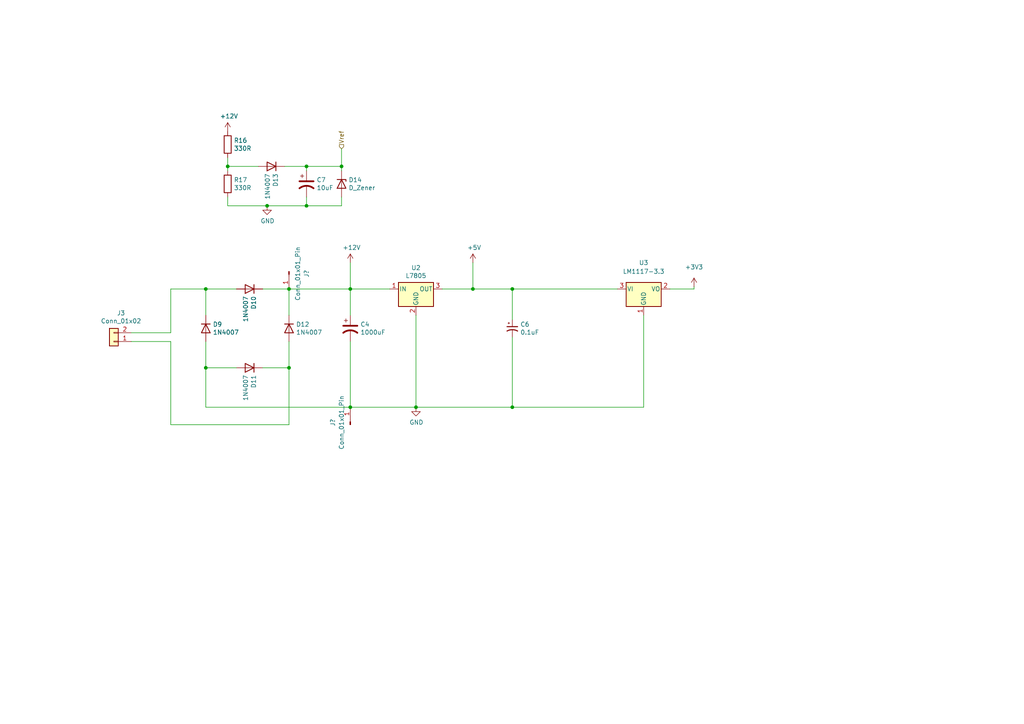
<source format=kicad_sch>
(kicad_sch (version 20230121) (generator eeschema)
  (paper "A4")
  (lib_symbols
    (symbol "Connector:Conn_01x01_Pin" (pin_names (offset 1.016) hide)
      (property "Reference" "J" (at 0 2.54 0))
      (property "Value" "Conn_01x01_Pin" (at 0 -2.54 0))
      (symbol "Conn_01x01_Pin_1_1"
        (polyline (pts (xy 1.27 0) (xy 0.8636 0)) (stroke (width 0.1524)))
        (rectangle (start 0.8636 0.127) (end 0 -0.127) (stroke (width 0.1524)) (fill (type outline)))
        (pin passive line (at 5.08 0 180) (length 3.81) (name "Pin_1") (number "1"))
      )
    )
    (symbol "Connector_Generic:Conn_01x02" (pin_names (offset 1.016) hide)
      (property "Reference" "J" (at 0 2.54 0))
      (property "Value" "Conn_01x02" (at 0 -5.08 0))
      (symbol "Conn_01x02_1_1"
        (rectangle (start -1.27 -2.413) (end 0 -2.667) (stroke (width 0.1524)))
        (rectangle (start -1.27 0.127) (end 0 -0.127) (stroke (width 0.1524)))
        (rectangle (start -1.27 1.27) (end 1.27 -3.81) (stroke (width 0.254)) (fill (type background)))
        (pin passive line (at -5.08 0 0) (length 3.81) (name "Pin_1") (number "1"))
        (pin passive line (at -5.08 -2.54 0) (length 3.81) (name "Pin_2") (number "2"))
      )
    )
    (symbol "Device:D_Zener" (pin_numbers hide) (pin_names (offset 1.016) hide)
      (property "Reference" "D" (at 0 2.54 0))
      (property "Value" "D_Zener" (at 0 -2.54 0))
      (symbol "D_Zener_0_1"
        (polyline (pts (xy 1.27 0) (xy -1.27 0)))
        (polyline (pts (xy -1.27 -1.27) (xy -1.27 1.27) (xy -0.762 1.27)) (stroke (width 0.254)))
        (polyline (pts (xy 1.27 -1.27) (xy 1.27 1.27) (xy -1.27 0) (xy 1.27 -1.27)) (stroke (width 0.254)))
      )
      (symbol "D_Zener_1_1"
        (pin passive line (at -3.81 0 0) (length 2.54) (name "K") (number "1"))
        (pin passive line (at 3.81 0 180) (length 2.54) (name "A") (number "2"))
      )
    )
    (symbol "Device:R" (pin_numbers hide) (pin_names (offset 0))
      (property "Reference" "R" (at 2.032 0 90))
      (property "Value" "R" (at 0 0 90))
      (symbol "R_0_1"
        (rectangle (start -1.016 -2.54) (end 1.016 2.54) (stroke (width 0.254)))
      )
      (symbol "R_1_1"
        (pin passive line (at 0 3.81 270) (length 1.27) (name "~") (number "1"))
        (pin passive line (at 0 -3.81 90) (length 1.27) (name "~") (number "2"))
      )
    )
    (symbol "Diode:1N4007" (pin_numbers hide) (pin_names (offset 1.016) hide)
      (property "Reference" "D" (at 0 2.54 0))
      (property "Value" "1N4007" (at 0 -2.54 0))
      (symbol "1N4007_0_1"
        (polyline (pts (xy -1.27 1.27) (xy -1.27 -1.27)) (stroke (width 0.254)))
        (polyline (pts (xy 1.27 0) (xy -1.27 0)))
        (polyline (pts (xy 1.27 1.27) (xy 1.27 -1.27) (xy -1.27 0) (xy 1.27 1.27)) (stroke (width 0.254)))
      )
      (symbol "1N4007_1_1"
        (pin passive line (at -3.81 0 0) (length 2.54) (name "K") (number "1"))
        (pin passive line (at 3.81 0 180) (length 2.54) (name "A") (number "2"))
      )
    )
    (symbol "Oflow_pcb-rescue:CP1-Device" (pin_numbers hide) (pin_names (offset 0.254) hide)
      (property "Reference" "C" (at 0.635 2.54 0))
      (property "Value" "CP1-Device" (at 0.635 -2.54 0))
      (symbol "CP1-Device_0_1"
        (polyline (pts (xy -2.032 0.762) (xy 2.032 0.762)) (stroke (width 0.508)))
        (polyline (pts (xy -1.778 2.286) (xy -0.762 2.286)))
        (polyline (pts (xy -1.27 1.778) (xy -1.27 2.794)))
        (arc (start 2.032 -1.27) (mid 0 -0.5572) (end -2.032 -1.27) (stroke (width 0.508)))
      )
      (symbol "CP1-Device_1_1"
        (pin passive line (at 0 3.81 270) (length 2.794) (name "~") (number "1"))
        (pin passive line (at 0 -3.81 90) (length 3.302) (name "~") (number "2"))
      )
    )
    (symbol "Oflow_pcb-rescue:CP1_Small-Device" (pin_numbers hide) (pin_names (offset 0.254) hide)
      (property "Reference" "C" (at 0.254 1.778 0))
      (property "Value" "CP1_Small-Device" (at 0.254 -2.032 0))
      (symbol "CP1_Small-Device_0_1"
        (polyline (pts (xy -1.524 0.508) (xy 1.524 0.508)) (stroke (width 0.3048)))
        (polyline (pts (xy -1.27 1.524) (xy -0.762 1.524)))
        (polyline (pts (xy -1.016 1.27) (xy -1.016 1.778)))
        (arc (start 1.524 -0.762) (mid 0 -0.3734) (end -1.524 -0.762) (stroke (width 0.3048)))
      )
      (symbol "CP1_Small-Device_1_1"
        (pin passive line (at 0 2.54 270) (length 2.032) (name "~") (number "1"))
        (pin passive line (at 0 -2.54 90) (length 2.032) (name "~") (number "2"))
      )
    )
    (symbol "Regulator_Linear:L7805" (pin_names (offset 0.254))
      (property "Reference" "U" (at -3.81 3.175 0))
      (property "Value" "L7805" (at 0 3.175 0))
      (symbol "L7805_0_1"
        (rectangle (start -5.08 1.905) (end 5.08 -5.08) (stroke (width 0.254)) (fill (type background)))
      )
      (symbol "L7805_1_1"
        (pin power_in line (at -7.62 0 0) (length 2.54) (name "IN") (number "1"))
        (pin power_in line (at 0 -7.62 90) (length 2.54) (name "GND") (number "2"))
        (pin power_out line (at 7.62 0 180) (length 2.54) (name "OUT") (number "3"))
      )
    )
    (symbol "Regulator_Linear:LM1117-3.3" (pin_names (offset 0.254))
      (property "Reference" "U" (at -3.81 3.175 0))
      (property "Value" "LM1117-3.3" (at 0 3.175 0))
      (symbol "LM1117-3.3_0_1"
        (rectangle (start -5.08 -5.08) (end 5.08 1.905) (stroke (width 0.254)) (fill (type background)))
      )
      (symbol "LM1117-3.3_1_1"
        (pin power_in line (at 0 -7.62 90) (length 2.54) (name "GND") (number "1"))
        (pin power_out line (at 7.62 0 180) (length 2.54) (name "VO") (number "2"))
        (pin power_in line (at -7.62 0 0) (length 2.54) (name "VI") (number "3"))
      )
    )
    (symbol "power:+12V" (power) (pin_names (offset 0))
      (property "Value" "+12V" (at 0 3.556 0))
      (symbol "+12V_0_1"
        (polyline (pts (xy -0.762 1.27) (xy 0 2.54)))
        (polyline (pts (xy 0 0) (xy 0 2.54)))
        (polyline (pts (xy 0 2.54) (xy 0.762 1.27)))
      )
      (symbol "+12V_1_1"
        (pin power_in line (at 0 0 90) (length 0) hide (name "+12V") (number "1"))
      )
    )
    (symbol "power:+3.3V" (power) (pin_names (offset 0))
      (property "Value" "+3.3V" (at 0 3.556 0))
      (symbol "+3.3V_0_1"
        (polyline (pts (xy -0.762 1.27) (xy 0 2.54)))
        (polyline (pts (xy 0 0) (xy 0 2.54)))
        (polyline (pts (xy 0 2.54) (xy 0.762 1.27)))
      )
      (symbol "+3.3V_1_1"
        (pin power_in line (at 0 0 90) (length 0) hide (name "+3V3") (number "1"))
      )
    )
    (symbol "power:+5V" (power) (pin_names (offset 0))
      (property "Value" "+5V" (at 0 3.556 0))
      (symbol "+5V_0_1"
        (polyline (pts (xy -0.762 1.27) (xy 0 2.54)))
        (polyline (pts (xy 0 0) (xy 0 2.54)))
        (polyline (pts (xy 0 2.54) (xy 0.762 1.27)))
      )
      (symbol "+5V_1_1"
        (pin power_in line (at 0 0 90) (length 0) hide (name "+5V") (number "1"))
      )
    )
    (symbol "power:GND" (power) (pin_names (offset 0))
      (property "Value" "GND" (at 0 -3.81 0))
      (symbol "GND_0_1"
        (polyline (pts (xy 0 0) (xy 0 -1.27) (xy 1.27 -1.27) (xy 0 -2.54) (xy -1.27 -1.27) (xy 0 -1.27)))
      )
      (symbol "GND_1_1"
        (pin power_in line (at 0 0 270) (length 0) hide (name "GND") (number "1"))
      )
    )
  )
  (junction (at 148.59 83.82))
  (junction (at 120.65 118.11))
  (junction (at 148.59 118.11))
  (junction (at 88.9 59.69))
  (junction (at 88.9 48.26))
  (junction (at 59.69 83.82))
  (junction (at 101.6 118.11))
  (junction (at 83.82 83.82))
  (junction (at 77.47 59.69))
  (junction (at 99.06 48.26))
  (junction (at 101.6 83.82))
  (junction (at 83.82 106.68))
  (junction (at 137.16 83.82))
  (junction (at 59.69 106.68))
  (junction (at 66.04 48.26))
  (wire (pts (xy 101.6 118.11) (xy 101.6 99.06)))
  (wire (pts (xy 120.65 118.11) (xy 148.59 118.11)))
  (wire (pts (xy 194.31 83.82) (xy 201.295 83.82)))
  (wire (pts (xy 49.53 99.06) (xy 49.53 123.19)))
  (wire (pts (xy 99.06 43.18) (xy 99.06 48.26)))
  (wire (pts (xy 38.1 99.06) (xy 49.53 99.06)))
  (wire (pts (xy 128.27 83.82) (xy 137.16 83.82)))
  (wire (pts (xy 83.82 83.82) (xy 101.6 83.82)))
  (wire (pts (xy 137.16 83.82) (xy 148.59 83.82)))
  (wire (pts (xy 77.47 59.69) (xy 66.04 59.69)))
  (wire (pts (xy 88.9 59.69) (xy 99.06 59.69)))
  (wire (pts (xy 201.295 83.82) (xy 201.295 83.185)))
  (wire (pts (xy 186.69 118.11) (xy 186.69 91.44)))
  (wire (pts (xy 83.82 83.82) (xy 83.82 91.44)))
  (wire (pts (xy 74.93 48.26) (xy 66.04 48.26)))
  (wire (pts (xy 66.04 48.26) (xy 66.04 49.53)))
  (wire (pts (xy 59.69 106.68) (xy 59.69 99.06)))
  (wire (pts (xy 83.82 106.68) (xy 83.82 123.19)))
  (wire (pts (xy 59.69 83.82) (xy 68.58 83.82)))
  (wire (pts (xy 113.03 83.82) (xy 101.6 83.82)))
  (wire (pts (xy 76.2 83.82) (xy 83.82 83.82)))
  (wire (pts (xy 148.59 118.11) (xy 186.69 118.11)))
  (wire (pts (xy 148.59 83.82) (xy 148.59 92.71)))
  (wire (pts (xy 99.06 48.26) (xy 99.06 49.53)))
  (wire (pts (xy 83.82 99.06) (xy 83.82 106.68)))
  (wire (pts (xy 49.53 123.19) (xy 83.82 123.19)))
  (wire (pts (xy 66.04 59.69) (xy 66.04 57.15)))
  (wire (pts (xy 148.59 83.82) (xy 179.07 83.82)))
  (wire (pts (xy 49.53 83.82) (xy 59.69 83.82)))
  (wire (pts (xy 88.9 48.26) (xy 99.06 48.26)))
  (wire (pts (xy 88.9 57.15) (xy 88.9 59.69)))
  (wire (pts (xy 99.06 59.69) (xy 99.06 57.15)))
  (wire (pts (xy 88.9 48.26) (xy 88.9 49.53)))
  (wire (pts (xy 68.58 106.68) (xy 59.69 106.68)))
  (wire (pts (xy 101.6 83.82) (xy 101.6 91.44)))
  (wire (pts (xy 101.6 118.11) (xy 120.65 118.11)))
  (wire (pts (xy 82.55 48.26) (xy 88.9 48.26)))
  (wire (pts (xy 137.16 76.2) (xy 137.16 83.82)))
  (wire (pts (xy 148.59 97.79) (xy 148.59 118.11)))
  (wire (pts (xy 38.1 96.52) (xy 49.53 96.52)))
  (wire (pts (xy 59.69 106.68) (xy 59.69 118.11)))
  (wire (pts (xy 83.82 106.68) (xy 76.2 106.68)))
  (wire (pts (xy 88.9 59.69) (xy 77.47 59.69)))
  (wire (pts (xy 59.69 91.44) (xy 59.69 83.82)))
  (wire (pts (xy 120.65 118.11) (xy 120.65 91.44)))
  (wire (pts (xy 59.69 118.11) (xy 101.6 118.11)))
  (wire (pts (xy 101.6 76.2) (xy 101.6 83.82)))
  (wire (pts (xy 49.53 96.52) (xy 49.53 83.82)))
  (wire (pts (xy 66.04 45.72) (xy 66.04 48.26)))
  (hierarchical_label "Vref" (shape input) (at 99.06 43.18 90))
  (symbol (lib_id "Diode:1N4007") (at 59.69 95.25 270) (unit 1)
    (property "Reference" "D9" (at 61.722 94.0816 90) (effects (justify left)))
    (property "Value" "1N4007" (at 61.722 96.393 90) (effects (justify left)))
    (property "Footprint" "Diode_THT:D_DO-41_SOD81_P10.16mm_Horizontal" (effects hide))
    (property "Datasheet" "http://www.vishay.com/docs/88503/1n4001.pdf" (effects hide))
  )
  (symbol (lib_id "Diode:1N4007") (at 72.39 83.82 180) (unit 1)
    (property "Reference" "D10" (at 73.5584 85.852 90) (effects (justify left)))
    (property "Value" "1N4007" (at 71.247 85.852 90) (effects (justify left)))
    (property "Footprint" "Diode_THT:D_DO-41_SOD81_P10.16mm_Horizontal" (effects hide))
    (property "Datasheet" "http://www.vishay.com/docs/88503/1n4001.pdf" (effects hide))
  )
  (symbol (lib_id "Diode:1N4007") (at 72.39 106.68 180) (unit 1)
    (property "Reference" "D11" (at 73.5584 108.712 90) (effects (justify left)))
    (property "Value" "1N4007" (at 71.247 108.712 90) (effects (justify left)))
    (property "Footprint" "Diode_THT:D_DO-41_SOD81_P10.16mm_Horizontal" (effects hide))
    (property "Datasheet" "http://www.vishay.com/docs/88503/1n4001.pdf" (effects hide))
  )
  (symbol (lib_id "Diode:1N4007") (at 83.82 95.25 270) (unit 1)
    (property "Reference" "D12" (at 85.852 94.0816 90) (effects (justify left)))
    (property "Value" "1N4007" (at 85.852 96.393 90) (effects (justify left)))
    (property "Footprint" "Diode_THT:D_DO-41_SOD81_P10.16mm_Horizontal" (effects hide))
    (property "Datasheet" "http://www.vishay.com/docs/88503/1n4001.pdf" (effects hide))
  )
  (symbol (lib_id "Connector_Generic:Conn_01x02") (at 33.02 99.06 180) (unit 1)
    (property "Reference" "J3" (at 35.1028 90.805 0))
    (property "Value" "Conn_01x02" (at 35.1028 93.1164 0))
    (property "Footprint" "TerminalBlock:TerminalBlock_bornier-2_P5.08mm" (effects hide))
  )
  (symbol (lib_id "Oflow_pcb-rescue:CP1-Device") (at 101.6 95.25 0) (unit 1)
    (property "Reference" "C4" (at 104.521 94.0816 0) (effects (justify left)))
    (property "Value" "1000uF" (at 104.521 96.393 0) (effects (justify left)))
    (property "Footprint" "Capacitor_THT:CP_Radial_D10.0mm_P5.00mm" (effects hide))
  )
  (symbol (lib_id "Regulator_Linear:L7805") (at 120.65 83.82 0) (unit 1)
    (property "Reference" "U2" (at 120.65 77.6732 0))
    (property "Value" "L7805" (at 120.65 79.9846 0))
    (property "Footprint" "Package_TO_SOT_THT:TO-220-3_Vertical" (effects hide))
    (property "Datasheet" "http://www.st.com/content/ccc/resource/technical/document/datasheet/41/4f/b3/b0/12/d4/47/88/CD00000444.pdf/files/CD00000444.pdf/jcr:content/translations/en.CD00000444.pdf" (effects hide))
  )
  (symbol (lib_id "power:GND") (at 120.65 118.11 0) (unit 1)
    (property "Reference" "#PWR0101" (effects hide))
    (property "Value" "GND" (at 120.777 122.5042 0))
  )
  (symbol (lib_id "power:+5V") (at 137.16 76.2 0) (unit 1)
    (property "Reference" "#PWR0102" (effects hide))
    (property "Value" "+5V" (at 137.541 71.8058 0))
  )
  (symbol (lib_id "Oflow_pcb-rescue:CP1_Small-Device") (at 148.59 95.25 0) (unit 1)
    (property "Reference" "C6" (at 150.9014 94.0816 0) (effects (justify left)))
    (property "Value" "0.1uF" (at 150.9014 96.393 0) (effects (justify left)))
    (property "Footprint" "Capacitor_THT:CP_Radial_D5.0mm_P2.50mm" (effects hide))
  )
  (symbol (lib_id "Device:R") (at 66.04 41.91 0) (unit 1)
    (property "Reference" "R16" (at 67.818 40.7416 0) (effects (justify left)))
    (property "Value" "330R" (at 67.818 43.053 0) (effects (justify left)))
    (property "Footprint" "Resistor_THT:R_Axial_DIN0207_L6.3mm_D2.5mm_P10.16mm_Horizontal" (effects hide))
  )
  (symbol (lib_id "Device:R") (at 66.04 53.34 0) (unit 1)
    (property "Reference" "R17" (at 67.818 52.1716 0) (effects (justify left)))
    (property "Value" "330R" (at 67.818 54.483 0) (effects (justify left)))
    (property "Footprint" "Resistor_THT:R_Axial_DIN0207_L6.3mm_D2.5mm_P10.16mm_Horizontal" (effects hide))
  )
  (symbol (lib_id "Diode:1N4007") (at 78.74 48.26 180) (unit 1)
    (property "Reference" "D13" (at 79.9084 50.292 90) (effects (justify left)))
    (property "Value" "1N4007" (at 77.597 50.292 90) (effects (justify left)))
    (property "Footprint" "Diode_THT:D_DO-41_SOD81_P10.16mm_Horizontal" (effects hide))
    (property "Datasheet" "http://www.vishay.com/docs/88503/1n4001.pdf" (effects hide))
  )
  (symbol (lib_id "Oflow_pcb-rescue:CP1-Device") (at 88.9 53.34 0) (unit 1)
    (property "Reference" "C7" (at 91.821 52.1716 0) (effects (justify left)))
    (property "Value" "10uF" (at 91.821 54.483 0) (effects (justify left)))
    (property "Footprint" "Capacitor_THT:CP_Radial_D5.0mm_P2.50mm" (effects hide))
  )
  (symbol (lib_id "power:GND") (at 77.47 59.69 0) (unit 1)
    (property "Reference" "#PWR0107" (effects hide))
    (property "Value" "GND" (at 77.597 64.0842 0))
  )
  (symbol (lib_id "power:+12V") (at 66.04 38.1 0) (unit 1)
    (property "Reference" "#PWR0108" (effects hide))
    (property "Value" "+12V" (at 66.421 33.7058 0))
  )
  (symbol (lib_id "Device:D_Zener") (at 99.06 53.34 270) (unit 1)
    (property "Reference" "D14" (at 101.092 52.1716 90) (effects (justify left)))
    (property "Value" "D_Zener" (at 101.092 54.483 90) (effects (justify left)))
    (property "Footprint" "Diode_THT:D_DO-41_SOD81_P5.08mm_Vertical_KathodeUp" (effects hide))
  )
  (symbol (lib_id "power:+12V") (at 101.6 76.2 0) (unit 1)
    (property "Reference" "#PWR0106" (effects hide))
    (property "Value" "+12V" (at 101.981 71.8058 0))
  )
  (symbol (lib_id "Connector:Conn_01x01_Pin") (at 101.6 123.19 90) (unit 1)
    (property "Reference" "J?" (at 96.52 122.555 0))
    (property "Value" "Conn_01x01_Pin" (at 99.06 122.555 0))
    (property "Footprint" "Connector_PinHeader_2.54mm:PinHeader_1x01_P2.54mm_Vertical" (effects hide))
    (instances (project "Oflow_pcb" (path "" (reference "J?") (unit 1)) (path "" (reference "J12") (unit 1))))
  )
  (symbol (lib_id "power:+3.3V") (at 201.295 83.185 0) (unit 1)
    (property "Reference" "#PWR0109" (effects hide))
    (property "Value" "+3.3V" (at 201.295 77.47 0))
  )
  (symbol (lib_id "Connector:Conn_01x01_Pin") (at 83.82 78.74 270) (unit 1)
    (property "Reference" "J?" (at 88.9 79.375 0))
    (property "Value" "Conn_01x01_Pin" (at 86.36 79.375 0))
    (property "Footprint" "Connector_PinHeader_2.54mm:PinHeader_1x01_P2.54mm_Vertical" (effects hide))
    (instances (project "Oflow_pcb" (path "" (reference "J?") (unit 1)) (path "" (reference "J11") (unit 1))))
  )
  (symbol (lib_id "Regulator_Linear:LM1117-3.3") (at 186.69 83.82 0) (unit 1)
    (property "Reference" "U3" (at 186.69 76.2 0))
    (property "Value" "LM1117-3.3" (at 186.69 78.74 0))
    (property "Footprint" "Package_TO_SOT_SMD:SOT-223-3_TabPin2" (effects hide))
    (property "Datasheet" "http://www.ti.com/lit/ds/symlink/lm1117.pdf" (effects hide))
  )
)
</source>
